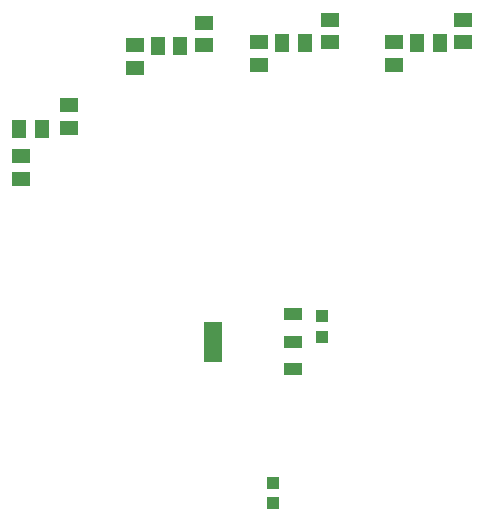
<source format=gbp>
%FSDAX24Y24*%
%MOIN*%
%SFA1B1*%

%IPPOS*%
%ADD13R,0.039400X0.043300*%
%ADD17R,0.059100X0.051200*%
%ADD42R,0.051200X0.059100*%
%ADD43R,0.061000X0.043300*%
%ADD44R,0.061000X0.043300*%
%ADD45R,0.061000X0.135800*%
%LNde-230724-1*%
%LPD*%
G54D13*
X020800Y026015D03*
Y026685D03*
X019150Y021135D03*
Y020465D03*
G54D17*
X014550Y034976D03*
Y035724D03*
X018700Y035076D03*
Y035824D03*
X025500Y035826D03*
Y036574D03*
X021050Y035826D03*
Y036574D03*
X016850Y035726D03*
Y036474D03*
X010750Y031276D03*
Y032024D03*
X012350Y032976D03*
Y033724D03*
X023200Y035076D03*
Y035824D03*
G54D42*
X010702Y032950D03*
X011450D03*
X015326Y035700D03*
X016074D03*
X019476Y035800D03*
X020224D03*
X023976D03*
X024724D03*
G54D43*
X019829Y026756D03*
G54D44*
X019829Y025850D03*
Y024944D03*
G54D45*
X017171Y025850D03*
M02*
</source>
